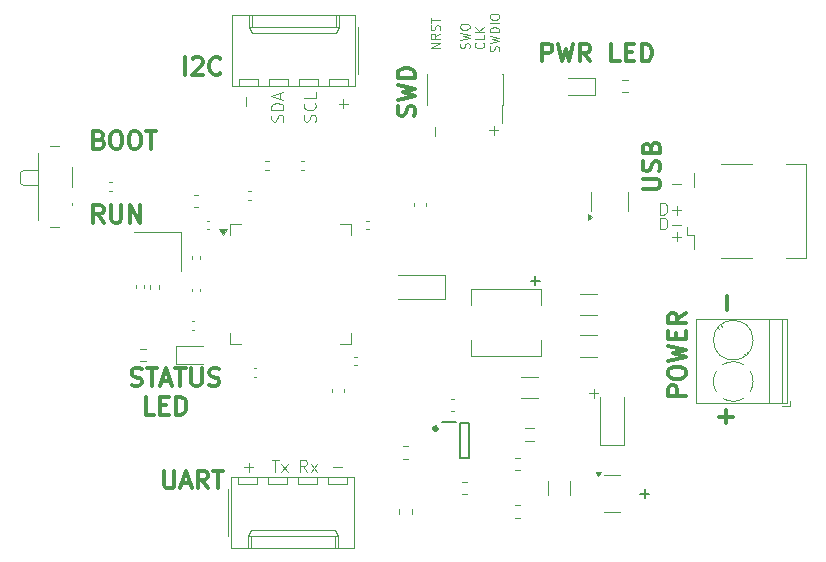
<source format=gbr>
%TF.GenerationSoftware,KiCad,Pcbnew,8.0.1*%
%TF.CreationDate,2024-04-03T13:36:13+02:00*%
%TF.ProjectId,stm32f405_v8,73746d33-3266-4343-9035-5f76382e6b69,rev?*%
%TF.SameCoordinates,Original*%
%TF.FileFunction,Legend,Top*%
%TF.FilePolarity,Positive*%
%FSLAX46Y46*%
G04 Gerber Fmt 4.6, Leading zero omitted, Abs format (unit mm)*
G04 Created by KiCad (PCBNEW 8.0.1) date 2024-04-03 13:36:13*
%MOMM*%
%LPD*%
G01*
G04 APERTURE LIST*
%ADD10C,0.101600*%
%ADD11C,0.300000*%
%ADD12C,0.150000*%
%ADD13C,0.120000*%
%ADD14C,0.200000*%
G04 APERTURE END LIST*
D10*
X122554937Y-107491382D02*
X123316842Y-107491382D01*
X122935889Y-107872335D02*
X122935889Y-107110430D01*
D11*
X109650000Y-110500000D02*
G75*
G02*
X109350000Y-110500000I-150000J0D01*
G01*
X109350000Y-110500000D02*
G75*
G02*
X109650000Y-110500000I150000J0D01*
G01*
D12*
X126836779Y-115988866D02*
X127598684Y-115988866D01*
X127217731Y-116369819D02*
X127217731Y-115607914D01*
X117586779Y-97988866D02*
X118348684Y-97988866D01*
X117967731Y-98369819D02*
X117967731Y-97607914D01*
D10*
X112358716Y-78290300D02*
X112396811Y-78183158D01*
X112396811Y-78183158D02*
X112396811Y-78004586D01*
X112396811Y-78004586D02*
X112358716Y-77933158D01*
X112358716Y-77933158D02*
X112320620Y-77897443D01*
X112320620Y-77897443D02*
X112244430Y-77861729D01*
X112244430Y-77861729D02*
X112168239Y-77861729D01*
X112168239Y-77861729D02*
X112092049Y-77897443D01*
X112092049Y-77897443D02*
X112053954Y-77933158D01*
X112053954Y-77933158D02*
X112015858Y-78004586D01*
X112015858Y-78004586D02*
X111977763Y-78147443D01*
X111977763Y-78147443D02*
X111939668Y-78218872D01*
X111939668Y-78218872D02*
X111901573Y-78254586D01*
X111901573Y-78254586D02*
X111825382Y-78290300D01*
X111825382Y-78290300D02*
X111749192Y-78290300D01*
X111749192Y-78290300D02*
X111673001Y-78254586D01*
X111673001Y-78254586D02*
X111634906Y-78218872D01*
X111634906Y-78218872D02*
X111596811Y-78147443D01*
X111596811Y-78147443D02*
X111596811Y-77968872D01*
X111596811Y-77968872D02*
X111634906Y-77861729D01*
X111596811Y-77611729D02*
X112396811Y-77433157D01*
X112396811Y-77433157D02*
X111825382Y-77290300D01*
X111825382Y-77290300D02*
X112396811Y-77147443D01*
X112396811Y-77147443D02*
X111596811Y-76968872D01*
X111596811Y-76540300D02*
X111596811Y-76397443D01*
X111596811Y-76397443D02*
X111634906Y-76326014D01*
X111634906Y-76326014D02*
X111711096Y-76254586D01*
X111711096Y-76254586D02*
X111863477Y-76218871D01*
X111863477Y-76218871D02*
X112130144Y-76218871D01*
X112130144Y-76218871D02*
X112282525Y-76254586D01*
X112282525Y-76254586D02*
X112358716Y-76326014D01*
X112358716Y-76326014D02*
X112396811Y-76397443D01*
X112396811Y-76397443D02*
X112396811Y-76540300D01*
X112396811Y-76540300D02*
X112358716Y-76611729D01*
X112358716Y-76611729D02*
X112282525Y-76683157D01*
X112282525Y-76683157D02*
X112130144Y-76718871D01*
X112130144Y-76718871D02*
X111863477Y-76718871D01*
X111863477Y-76718871D02*
X111711096Y-76683157D01*
X111711096Y-76683157D02*
X111634906Y-76611729D01*
X111634906Y-76611729D02*
X111596811Y-76540300D01*
X113570620Y-77826015D02*
X113608716Y-77861729D01*
X113608716Y-77861729D02*
X113646811Y-77968872D01*
X113646811Y-77968872D02*
X113646811Y-78040300D01*
X113646811Y-78040300D02*
X113608716Y-78147443D01*
X113608716Y-78147443D02*
X113532525Y-78218872D01*
X113532525Y-78218872D02*
X113456335Y-78254586D01*
X113456335Y-78254586D02*
X113303954Y-78290300D01*
X113303954Y-78290300D02*
X113189668Y-78290300D01*
X113189668Y-78290300D02*
X113037287Y-78254586D01*
X113037287Y-78254586D02*
X112961096Y-78218872D01*
X112961096Y-78218872D02*
X112884906Y-78147443D01*
X112884906Y-78147443D02*
X112846811Y-78040300D01*
X112846811Y-78040300D02*
X112846811Y-77968872D01*
X112846811Y-77968872D02*
X112884906Y-77861729D01*
X112884906Y-77861729D02*
X112923001Y-77826015D01*
X113646811Y-77147443D02*
X113646811Y-77504586D01*
X113646811Y-77504586D02*
X112846811Y-77504586D01*
X113646811Y-76897443D02*
X112846811Y-76897443D01*
X113646811Y-76468872D02*
X113189668Y-76790300D01*
X112846811Y-76468872D02*
X113303954Y-76897443D01*
X114858716Y-78540300D02*
X114896811Y-78433158D01*
X114896811Y-78433158D02*
X114896811Y-78254586D01*
X114896811Y-78254586D02*
X114858716Y-78183158D01*
X114858716Y-78183158D02*
X114820620Y-78147443D01*
X114820620Y-78147443D02*
X114744430Y-78111729D01*
X114744430Y-78111729D02*
X114668239Y-78111729D01*
X114668239Y-78111729D02*
X114592049Y-78147443D01*
X114592049Y-78147443D02*
X114553954Y-78183158D01*
X114553954Y-78183158D02*
X114515858Y-78254586D01*
X114515858Y-78254586D02*
X114477763Y-78397443D01*
X114477763Y-78397443D02*
X114439668Y-78468872D01*
X114439668Y-78468872D02*
X114401573Y-78504586D01*
X114401573Y-78504586D02*
X114325382Y-78540300D01*
X114325382Y-78540300D02*
X114249192Y-78540300D01*
X114249192Y-78540300D02*
X114173001Y-78504586D01*
X114173001Y-78504586D02*
X114134906Y-78468872D01*
X114134906Y-78468872D02*
X114096811Y-78397443D01*
X114096811Y-78397443D02*
X114096811Y-78218872D01*
X114096811Y-78218872D02*
X114134906Y-78111729D01*
X114096811Y-77861729D02*
X114896811Y-77683157D01*
X114896811Y-77683157D02*
X114325382Y-77540300D01*
X114325382Y-77540300D02*
X114896811Y-77397443D01*
X114896811Y-77397443D02*
X114096811Y-77218872D01*
X114896811Y-76933157D02*
X114096811Y-76933157D01*
X114096811Y-76933157D02*
X114096811Y-76754586D01*
X114096811Y-76754586D02*
X114134906Y-76647443D01*
X114134906Y-76647443D02*
X114211096Y-76576014D01*
X114211096Y-76576014D02*
X114287287Y-76540300D01*
X114287287Y-76540300D02*
X114439668Y-76504586D01*
X114439668Y-76504586D02*
X114553954Y-76504586D01*
X114553954Y-76504586D02*
X114706335Y-76540300D01*
X114706335Y-76540300D02*
X114782525Y-76576014D01*
X114782525Y-76576014D02*
X114858716Y-76647443D01*
X114858716Y-76647443D02*
X114896811Y-76754586D01*
X114896811Y-76754586D02*
X114896811Y-76933157D01*
X114896811Y-76183157D02*
X114096811Y-76183157D01*
X114096811Y-75683157D02*
X114096811Y-75540300D01*
X114096811Y-75540300D02*
X114134906Y-75468871D01*
X114134906Y-75468871D02*
X114211096Y-75397443D01*
X114211096Y-75397443D02*
X114363477Y-75361728D01*
X114363477Y-75361728D02*
X114630144Y-75361728D01*
X114630144Y-75361728D02*
X114782525Y-75397443D01*
X114782525Y-75397443D02*
X114858716Y-75468871D01*
X114858716Y-75468871D02*
X114896811Y-75540300D01*
X114896811Y-75540300D02*
X114896811Y-75683157D01*
X114896811Y-75683157D02*
X114858716Y-75754586D01*
X114858716Y-75754586D02*
X114782525Y-75826014D01*
X114782525Y-75826014D02*
X114630144Y-75861728D01*
X114630144Y-75861728D02*
X114363477Y-75861728D01*
X114363477Y-75861728D02*
X114211096Y-75826014D01*
X114211096Y-75826014D02*
X114134906Y-75754586D01*
X114134906Y-75754586D02*
X114096811Y-75683157D01*
X114054937Y-85241382D02*
X114816842Y-85241382D01*
X114435889Y-85622335D02*
X114435889Y-84860430D01*
X109896811Y-78254586D02*
X109096811Y-78254586D01*
X109096811Y-78254586D02*
X109896811Y-77826015D01*
X109896811Y-77826015D02*
X109096811Y-77826015D01*
X109896811Y-77040301D02*
X109515858Y-77290301D01*
X109896811Y-77468872D02*
X109096811Y-77468872D01*
X109096811Y-77468872D02*
X109096811Y-77183158D01*
X109096811Y-77183158D02*
X109134906Y-77111729D01*
X109134906Y-77111729D02*
X109173001Y-77076015D01*
X109173001Y-77076015D02*
X109249192Y-77040301D01*
X109249192Y-77040301D02*
X109363477Y-77040301D01*
X109363477Y-77040301D02*
X109439668Y-77076015D01*
X109439668Y-77076015D02*
X109477763Y-77111729D01*
X109477763Y-77111729D02*
X109515858Y-77183158D01*
X109515858Y-77183158D02*
X109515858Y-77468872D01*
X109858716Y-76754586D02*
X109896811Y-76647444D01*
X109896811Y-76647444D02*
X109896811Y-76468872D01*
X109896811Y-76468872D02*
X109858716Y-76397444D01*
X109858716Y-76397444D02*
X109820620Y-76361729D01*
X109820620Y-76361729D02*
X109744430Y-76326015D01*
X109744430Y-76326015D02*
X109668239Y-76326015D01*
X109668239Y-76326015D02*
X109592049Y-76361729D01*
X109592049Y-76361729D02*
X109553954Y-76397444D01*
X109553954Y-76397444D02*
X109515858Y-76468872D01*
X109515858Y-76468872D02*
X109477763Y-76611729D01*
X109477763Y-76611729D02*
X109439668Y-76683158D01*
X109439668Y-76683158D02*
X109401573Y-76718872D01*
X109401573Y-76718872D02*
X109325382Y-76754586D01*
X109325382Y-76754586D02*
X109249192Y-76754586D01*
X109249192Y-76754586D02*
X109173001Y-76718872D01*
X109173001Y-76718872D02*
X109134906Y-76683158D01*
X109134906Y-76683158D02*
X109096811Y-76611729D01*
X109096811Y-76611729D02*
X109096811Y-76433158D01*
X109096811Y-76433158D02*
X109134906Y-76326015D01*
X109096811Y-76111729D02*
X109096811Y-75683158D01*
X109896811Y-75897443D02*
X109096811Y-75897443D01*
X109491382Y-85695062D02*
X109491382Y-84933158D01*
X99324716Y-84492681D02*
X99372335Y-84349824D01*
X99372335Y-84349824D02*
X99372335Y-84111729D01*
X99372335Y-84111729D02*
X99324716Y-84016491D01*
X99324716Y-84016491D02*
X99277096Y-83968872D01*
X99277096Y-83968872D02*
X99181858Y-83921253D01*
X99181858Y-83921253D02*
X99086620Y-83921253D01*
X99086620Y-83921253D02*
X98991382Y-83968872D01*
X98991382Y-83968872D02*
X98943763Y-84016491D01*
X98943763Y-84016491D02*
X98896144Y-84111729D01*
X98896144Y-84111729D02*
X98848525Y-84302205D01*
X98848525Y-84302205D02*
X98800906Y-84397443D01*
X98800906Y-84397443D02*
X98753287Y-84445062D01*
X98753287Y-84445062D02*
X98658049Y-84492681D01*
X98658049Y-84492681D02*
X98562811Y-84492681D01*
X98562811Y-84492681D02*
X98467573Y-84445062D01*
X98467573Y-84445062D02*
X98419954Y-84397443D01*
X98419954Y-84397443D02*
X98372335Y-84302205D01*
X98372335Y-84302205D02*
X98372335Y-84064110D01*
X98372335Y-84064110D02*
X98419954Y-83921253D01*
X99277096Y-82921253D02*
X99324716Y-82968872D01*
X99324716Y-82968872D02*
X99372335Y-83111729D01*
X99372335Y-83111729D02*
X99372335Y-83206967D01*
X99372335Y-83206967D02*
X99324716Y-83349824D01*
X99324716Y-83349824D02*
X99229477Y-83445062D01*
X99229477Y-83445062D02*
X99134239Y-83492681D01*
X99134239Y-83492681D02*
X98943763Y-83540300D01*
X98943763Y-83540300D02*
X98800906Y-83540300D01*
X98800906Y-83540300D02*
X98610430Y-83492681D01*
X98610430Y-83492681D02*
X98515192Y-83445062D01*
X98515192Y-83445062D02*
X98419954Y-83349824D01*
X98419954Y-83349824D02*
X98372335Y-83206967D01*
X98372335Y-83206967D02*
X98372335Y-83111729D01*
X98372335Y-83111729D02*
X98419954Y-82968872D01*
X98419954Y-82968872D02*
X98467573Y-82921253D01*
X99372335Y-82016491D02*
X99372335Y-82492681D01*
X99372335Y-82492681D02*
X98372335Y-82492681D01*
X96574716Y-84492681D02*
X96622335Y-84349824D01*
X96622335Y-84349824D02*
X96622335Y-84111729D01*
X96622335Y-84111729D02*
X96574716Y-84016491D01*
X96574716Y-84016491D02*
X96527096Y-83968872D01*
X96527096Y-83968872D02*
X96431858Y-83921253D01*
X96431858Y-83921253D02*
X96336620Y-83921253D01*
X96336620Y-83921253D02*
X96241382Y-83968872D01*
X96241382Y-83968872D02*
X96193763Y-84016491D01*
X96193763Y-84016491D02*
X96146144Y-84111729D01*
X96146144Y-84111729D02*
X96098525Y-84302205D01*
X96098525Y-84302205D02*
X96050906Y-84397443D01*
X96050906Y-84397443D02*
X96003287Y-84445062D01*
X96003287Y-84445062D02*
X95908049Y-84492681D01*
X95908049Y-84492681D02*
X95812811Y-84492681D01*
X95812811Y-84492681D02*
X95717573Y-84445062D01*
X95717573Y-84445062D02*
X95669954Y-84397443D01*
X95669954Y-84397443D02*
X95622335Y-84302205D01*
X95622335Y-84302205D02*
X95622335Y-84064110D01*
X95622335Y-84064110D02*
X95669954Y-83921253D01*
X96622335Y-83492681D02*
X95622335Y-83492681D01*
X95622335Y-83492681D02*
X95622335Y-83254586D01*
X95622335Y-83254586D02*
X95669954Y-83111729D01*
X95669954Y-83111729D02*
X95765192Y-83016491D01*
X95765192Y-83016491D02*
X95860430Y-82968872D01*
X95860430Y-82968872D02*
X96050906Y-82921253D01*
X96050906Y-82921253D02*
X96193763Y-82921253D01*
X96193763Y-82921253D02*
X96384239Y-82968872D01*
X96384239Y-82968872D02*
X96479477Y-83016491D01*
X96479477Y-83016491D02*
X96574716Y-83111729D01*
X96574716Y-83111729D02*
X96622335Y-83254586D01*
X96622335Y-83254586D02*
X96622335Y-83492681D01*
X96336620Y-82540300D02*
X96336620Y-82064110D01*
X96622335Y-82635538D02*
X95622335Y-82302205D01*
X95622335Y-82302205D02*
X96622335Y-81968872D01*
X93491382Y-83195062D02*
X93491382Y-82433158D01*
X101304937Y-82991382D02*
X102066842Y-82991382D01*
X101685889Y-83372335D02*
X101685889Y-82610430D01*
X128554937Y-93622335D02*
X128554937Y-92622335D01*
X128554937Y-92622335D02*
X128793032Y-92622335D01*
X128793032Y-92622335D02*
X128935889Y-92669954D01*
X128935889Y-92669954D02*
X129031127Y-92765192D01*
X129031127Y-92765192D02*
X129078746Y-92860430D01*
X129078746Y-92860430D02*
X129126365Y-93050906D01*
X129126365Y-93050906D02*
X129126365Y-93193763D01*
X129126365Y-93193763D02*
X129078746Y-93384239D01*
X129078746Y-93384239D02*
X129031127Y-93479477D01*
X129031127Y-93479477D02*
X128935889Y-93574716D01*
X128935889Y-93574716D02*
X128793032Y-93622335D01*
X128793032Y-93622335D02*
X128554937Y-93622335D01*
X129554937Y-93241382D02*
X130316842Y-93241382D01*
X128554937Y-92372335D02*
X128554937Y-91372335D01*
X128554937Y-91372335D02*
X128793032Y-91372335D01*
X128793032Y-91372335D02*
X128935889Y-91419954D01*
X128935889Y-91419954D02*
X129031127Y-91515192D01*
X129031127Y-91515192D02*
X129078746Y-91610430D01*
X129078746Y-91610430D02*
X129126365Y-91800906D01*
X129126365Y-91800906D02*
X129126365Y-91943763D01*
X129126365Y-91943763D02*
X129078746Y-92134239D01*
X129078746Y-92134239D02*
X129031127Y-92229477D01*
X129031127Y-92229477D02*
X128935889Y-92324716D01*
X128935889Y-92324716D02*
X128793032Y-92372335D01*
X128793032Y-92372335D02*
X128554937Y-92372335D01*
X129554937Y-91991382D02*
X130316842Y-91991382D01*
X129935889Y-92372335D02*
X129935889Y-91610430D01*
X129554937Y-89741382D02*
X130316842Y-89741382D01*
X129554937Y-94241382D02*
X130316842Y-94241382D01*
X129935889Y-94622335D02*
X129935889Y-93860430D01*
X98626365Y-114122335D02*
X98293032Y-113646144D01*
X98054937Y-114122335D02*
X98054937Y-113122335D01*
X98054937Y-113122335D02*
X98435889Y-113122335D01*
X98435889Y-113122335D02*
X98531127Y-113169954D01*
X98531127Y-113169954D02*
X98578746Y-113217573D01*
X98578746Y-113217573D02*
X98626365Y-113312811D01*
X98626365Y-113312811D02*
X98626365Y-113455668D01*
X98626365Y-113455668D02*
X98578746Y-113550906D01*
X98578746Y-113550906D02*
X98531127Y-113598525D01*
X98531127Y-113598525D02*
X98435889Y-113646144D01*
X98435889Y-113646144D02*
X98054937Y-113646144D01*
X98959699Y-114122335D02*
X99483508Y-113455668D01*
X98959699Y-113455668D02*
X99483508Y-114122335D01*
X95662080Y-113122335D02*
X96233508Y-113122335D01*
X95947794Y-114122335D02*
X95947794Y-113122335D01*
X96471604Y-114122335D02*
X96995413Y-113455668D01*
X96471604Y-113455668D02*
X96995413Y-114122335D01*
X100804937Y-113741382D02*
X101566842Y-113741382D01*
X93304937Y-113741382D02*
X94066842Y-113741382D01*
X93685889Y-114122335D02*
X93685889Y-113360430D01*
D11*
X83783082Y-106814484D02*
X83997368Y-106885912D01*
X83997368Y-106885912D02*
X84354510Y-106885912D01*
X84354510Y-106885912D02*
X84497368Y-106814484D01*
X84497368Y-106814484D02*
X84568796Y-106743055D01*
X84568796Y-106743055D02*
X84640225Y-106600198D01*
X84640225Y-106600198D02*
X84640225Y-106457341D01*
X84640225Y-106457341D02*
X84568796Y-106314484D01*
X84568796Y-106314484D02*
X84497368Y-106243055D01*
X84497368Y-106243055D02*
X84354510Y-106171626D01*
X84354510Y-106171626D02*
X84068796Y-106100198D01*
X84068796Y-106100198D02*
X83925939Y-106028769D01*
X83925939Y-106028769D02*
X83854510Y-105957341D01*
X83854510Y-105957341D02*
X83783082Y-105814484D01*
X83783082Y-105814484D02*
X83783082Y-105671626D01*
X83783082Y-105671626D02*
X83854510Y-105528769D01*
X83854510Y-105528769D02*
X83925939Y-105457341D01*
X83925939Y-105457341D02*
X84068796Y-105385912D01*
X84068796Y-105385912D02*
X84425939Y-105385912D01*
X84425939Y-105385912D02*
X84640225Y-105457341D01*
X85068796Y-105385912D02*
X85925939Y-105385912D01*
X85497367Y-106885912D02*
X85497367Y-105385912D01*
X86354510Y-106457341D02*
X87068796Y-106457341D01*
X86211653Y-106885912D02*
X86711653Y-105385912D01*
X86711653Y-105385912D02*
X87211653Y-106885912D01*
X87497367Y-105385912D02*
X88354510Y-105385912D01*
X87925938Y-106885912D02*
X87925938Y-105385912D01*
X88854509Y-105385912D02*
X88854509Y-106600198D01*
X88854509Y-106600198D02*
X88925938Y-106743055D01*
X88925938Y-106743055D02*
X88997367Y-106814484D01*
X88997367Y-106814484D02*
X89140224Y-106885912D01*
X89140224Y-106885912D02*
X89425938Y-106885912D01*
X89425938Y-106885912D02*
X89568795Y-106814484D01*
X89568795Y-106814484D02*
X89640224Y-106743055D01*
X89640224Y-106743055D02*
X89711652Y-106600198D01*
X89711652Y-106600198D02*
X89711652Y-105385912D01*
X90354510Y-106814484D02*
X90568796Y-106885912D01*
X90568796Y-106885912D02*
X90925938Y-106885912D01*
X90925938Y-106885912D02*
X91068796Y-106814484D01*
X91068796Y-106814484D02*
X91140224Y-106743055D01*
X91140224Y-106743055D02*
X91211653Y-106600198D01*
X91211653Y-106600198D02*
X91211653Y-106457341D01*
X91211653Y-106457341D02*
X91140224Y-106314484D01*
X91140224Y-106314484D02*
X91068796Y-106243055D01*
X91068796Y-106243055D02*
X90925938Y-106171626D01*
X90925938Y-106171626D02*
X90640224Y-106100198D01*
X90640224Y-106100198D02*
X90497367Y-106028769D01*
X90497367Y-106028769D02*
X90425938Y-105957341D01*
X90425938Y-105957341D02*
X90354510Y-105814484D01*
X90354510Y-105814484D02*
X90354510Y-105671626D01*
X90354510Y-105671626D02*
X90425938Y-105528769D01*
X90425938Y-105528769D02*
X90497367Y-105457341D01*
X90497367Y-105457341D02*
X90640224Y-105385912D01*
X90640224Y-105385912D02*
X90997367Y-105385912D01*
X90997367Y-105385912D02*
X91211653Y-105457341D01*
X85711653Y-109300828D02*
X84997367Y-109300828D01*
X84997367Y-109300828D02*
X84997367Y-107800828D01*
X86211653Y-108515114D02*
X86711653Y-108515114D01*
X86925939Y-109300828D02*
X86211653Y-109300828D01*
X86211653Y-109300828D02*
X86211653Y-107800828D01*
X86211653Y-107800828D02*
X86925939Y-107800828D01*
X87568796Y-109300828D02*
X87568796Y-107800828D01*
X87568796Y-107800828D02*
X87925939Y-107800828D01*
X87925939Y-107800828D02*
X88140225Y-107872257D01*
X88140225Y-107872257D02*
X88283082Y-108015114D01*
X88283082Y-108015114D02*
X88354511Y-108157971D01*
X88354511Y-108157971D02*
X88425939Y-108443685D01*
X88425939Y-108443685D02*
X88425939Y-108657971D01*
X88425939Y-108657971D02*
X88354511Y-108943685D01*
X88354511Y-108943685D02*
X88283082Y-109086542D01*
X88283082Y-109086542D02*
X88140225Y-109229400D01*
X88140225Y-109229400D02*
X87925939Y-109300828D01*
X87925939Y-109300828D02*
X87568796Y-109300828D01*
X130700828Y-107695489D02*
X129200828Y-107695489D01*
X129200828Y-107695489D02*
X129200828Y-107124060D01*
X129200828Y-107124060D02*
X129272257Y-106981203D01*
X129272257Y-106981203D02*
X129343685Y-106909774D01*
X129343685Y-106909774D02*
X129486542Y-106838346D01*
X129486542Y-106838346D02*
X129700828Y-106838346D01*
X129700828Y-106838346D02*
X129843685Y-106909774D01*
X129843685Y-106909774D02*
X129915114Y-106981203D01*
X129915114Y-106981203D02*
X129986542Y-107124060D01*
X129986542Y-107124060D02*
X129986542Y-107695489D01*
X129200828Y-105909774D02*
X129200828Y-105624060D01*
X129200828Y-105624060D02*
X129272257Y-105481203D01*
X129272257Y-105481203D02*
X129415114Y-105338346D01*
X129415114Y-105338346D02*
X129700828Y-105266917D01*
X129700828Y-105266917D02*
X130200828Y-105266917D01*
X130200828Y-105266917D02*
X130486542Y-105338346D01*
X130486542Y-105338346D02*
X130629400Y-105481203D01*
X130629400Y-105481203D02*
X130700828Y-105624060D01*
X130700828Y-105624060D02*
X130700828Y-105909774D01*
X130700828Y-105909774D02*
X130629400Y-106052632D01*
X130629400Y-106052632D02*
X130486542Y-106195489D01*
X130486542Y-106195489D02*
X130200828Y-106266917D01*
X130200828Y-106266917D02*
X129700828Y-106266917D01*
X129700828Y-106266917D02*
X129415114Y-106195489D01*
X129415114Y-106195489D02*
X129272257Y-106052632D01*
X129272257Y-106052632D02*
X129200828Y-105909774D01*
X129200828Y-104766917D02*
X130700828Y-104409774D01*
X130700828Y-104409774D02*
X129629400Y-104124060D01*
X129629400Y-104124060D02*
X130700828Y-103838345D01*
X130700828Y-103838345D02*
X129200828Y-103481203D01*
X129915114Y-102909774D02*
X129915114Y-102409774D01*
X130700828Y-102195488D02*
X130700828Y-102909774D01*
X130700828Y-102909774D02*
X129200828Y-102909774D01*
X129200828Y-102909774D02*
X129200828Y-102195488D01*
X130700828Y-100695488D02*
X129986542Y-101195488D01*
X130700828Y-101552631D02*
X129200828Y-101552631D01*
X129200828Y-101552631D02*
X129200828Y-100981202D01*
X129200828Y-100981202D02*
X129272257Y-100838345D01*
X129272257Y-100838345D02*
X129343685Y-100766916D01*
X129343685Y-100766916D02*
X129486542Y-100695488D01*
X129486542Y-100695488D02*
X129700828Y-100695488D01*
X129700828Y-100695488D02*
X129843685Y-100766916D01*
X129843685Y-100766916D02*
X129915114Y-100838345D01*
X129915114Y-100838345D02*
X129986542Y-100981202D01*
X129986542Y-100981202D02*
X129986542Y-101552631D01*
X81411653Y-93050828D02*
X80911653Y-92336542D01*
X80554510Y-93050828D02*
X80554510Y-91550828D01*
X80554510Y-91550828D02*
X81125939Y-91550828D01*
X81125939Y-91550828D02*
X81268796Y-91622257D01*
X81268796Y-91622257D02*
X81340225Y-91693685D01*
X81340225Y-91693685D02*
X81411653Y-91836542D01*
X81411653Y-91836542D02*
X81411653Y-92050828D01*
X81411653Y-92050828D02*
X81340225Y-92193685D01*
X81340225Y-92193685D02*
X81268796Y-92265114D01*
X81268796Y-92265114D02*
X81125939Y-92336542D01*
X81125939Y-92336542D02*
X80554510Y-92336542D01*
X82054510Y-91550828D02*
X82054510Y-92765114D01*
X82054510Y-92765114D02*
X82125939Y-92907971D01*
X82125939Y-92907971D02*
X82197368Y-92979400D01*
X82197368Y-92979400D02*
X82340225Y-93050828D01*
X82340225Y-93050828D02*
X82625939Y-93050828D01*
X82625939Y-93050828D02*
X82768796Y-92979400D01*
X82768796Y-92979400D02*
X82840225Y-92907971D01*
X82840225Y-92907971D02*
X82911653Y-92765114D01*
X82911653Y-92765114D02*
X82911653Y-91550828D01*
X83625939Y-93050828D02*
X83625939Y-91550828D01*
X83625939Y-91550828D02*
X84483082Y-93050828D01*
X84483082Y-93050828D02*
X84483082Y-91550828D01*
X134229400Y-100445489D02*
X134229400Y-99302632D01*
X88304510Y-80550828D02*
X88304510Y-79050828D01*
X88947368Y-79193685D02*
X89018796Y-79122257D01*
X89018796Y-79122257D02*
X89161654Y-79050828D01*
X89161654Y-79050828D02*
X89518796Y-79050828D01*
X89518796Y-79050828D02*
X89661654Y-79122257D01*
X89661654Y-79122257D02*
X89733082Y-79193685D01*
X89733082Y-79193685D02*
X89804511Y-79336542D01*
X89804511Y-79336542D02*
X89804511Y-79479400D01*
X89804511Y-79479400D02*
X89733082Y-79693685D01*
X89733082Y-79693685D02*
X88875939Y-80550828D01*
X88875939Y-80550828D02*
X89804511Y-80550828D01*
X91304510Y-80407971D02*
X91233082Y-80479400D01*
X91233082Y-80479400D02*
X91018796Y-80550828D01*
X91018796Y-80550828D02*
X90875939Y-80550828D01*
X90875939Y-80550828D02*
X90661653Y-80479400D01*
X90661653Y-80479400D02*
X90518796Y-80336542D01*
X90518796Y-80336542D02*
X90447367Y-80193685D01*
X90447367Y-80193685D02*
X90375939Y-79907971D01*
X90375939Y-79907971D02*
X90375939Y-79693685D01*
X90375939Y-79693685D02*
X90447367Y-79407971D01*
X90447367Y-79407971D02*
X90518796Y-79265114D01*
X90518796Y-79265114D02*
X90661653Y-79122257D01*
X90661653Y-79122257D02*
X90875939Y-79050828D01*
X90875939Y-79050828D02*
X91018796Y-79050828D01*
X91018796Y-79050828D02*
X91233082Y-79122257D01*
X91233082Y-79122257D02*
X91304510Y-79193685D01*
X127050828Y-90195489D02*
X128265114Y-90195489D01*
X128265114Y-90195489D02*
X128407971Y-90124060D01*
X128407971Y-90124060D02*
X128479400Y-90052632D01*
X128479400Y-90052632D02*
X128550828Y-89909774D01*
X128550828Y-89909774D02*
X128550828Y-89624060D01*
X128550828Y-89624060D02*
X128479400Y-89481203D01*
X128479400Y-89481203D02*
X128407971Y-89409774D01*
X128407971Y-89409774D02*
X128265114Y-89338346D01*
X128265114Y-89338346D02*
X127050828Y-89338346D01*
X128479400Y-88695488D02*
X128550828Y-88481203D01*
X128550828Y-88481203D02*
X128550828Y-88124060D01*
X128550828Y-88124060D02*
X128479400Y-87981203D01*
X128479400Y-87981203D02*
X128407971Y-87909774D01*
X128407971Y-87909774D02*
X128265114Y-87838345D01*
X128265114Y-87838345D02*
X128122257Y-87838345D01*
X128122257Y-87838345D02*
X127979400Y-87909774D01*
X127979400Y-87909774D02*
X127907971Y-87981203D01*
X127907971Y-87981203D02*
X127836542Y-88124060D01*
X127836542Y-88124060D02*
X127765114Y-88409774D01*
X127765114Y-88409774D02*
X127693685Y-88552631D01*
X127693685Y-88552631D02*
X127622257Y-88624060D01*
X127622257Y-88624060D02*
X127479400Y-88695488D01*
X127479400Y-88695488D02*
X127336542Y-88695488D01*
X127336542Y-88695488D02*
X127193685Y-88624060D01*
X127193685Y-88624060D02*
X127122257Y-88552631D01*
X127122257Y-88552631D02*
X127050828Y-88409774D01*
X127050828Y-88409774D02*
X127050828Y-88052631D01*
X127050828Y-88052631D02*
X127122257Y-87838345D01*
X127765114Y-86695489D02*
X127836542Y-86481203D01*
X127836542Y-86481203D02*
X127907971Y-86409774D01*
X127907971Y-86409774D02*
X128050828Y-86338346D01*
X128050828Y-86338346D02*
X128265114Y-86338346D01*
X128265114Y-86338346D02*
X128407971Y-86409774D01*
X128407971Y-86409774D02*
X128479400Y-86481203D01*
X128479400Y-86481203D02*
X128550828Y-86624060D01*
X128550828Y-86624060D02*
X128550828Y-87195489D01*
X128550828Y-87195489D02*
X127050828Y-87195489D01*
X127050828Y-87195489D02*
X127050828Y-86695489D01*
X127050828Y-86695489D02*
X127122257Y-86552632D01*
X127122257Y-86552632D02*
X127193685Y-86481203D01*
X127193685Y-86481203D02*
X127336542Y-86409774D01*
X127336542Y-86409774D02*
X127479400Y-86409774D01*
X127479400Y-86409774D02*
X127622257Y-86481203D01*
X127622257Y-86481203D02*
X127693685Y-86552632D01*
X127693685Y-86552632D02*
X127765114Y-86695489D01*
X127765114Y-86695489D02*
X127765114Y-87195489D01*
X107729400Y-84016917D02*
X107800828Y-83802632D01*
X107800828Y-83802632D02*
X107800828Y-83445489D01*
X107800828Y-83445489D02*
X107729400Y-83302632D01*
X107729400Y-83302632D02*
X107657971Y-83231203D01*
X107657971Y-83231203D02*
X107515114Y-83159774D01*
X107515114Y-83159774D02*
X107372257Y-83159774D01*
X107372257Y-83159774D02*
X107229400Y-83231203D01*
X107229400Y-83231203D02*
X107157971Y-83302632D01*
X107157971Y-83302632D02*
X107086542Y-83445489D01*
X107086542Y-83445489D02*
X107015114Y-83731203D01*
X107015114Y-83731203D02*
X106943685Y-83874060D01*
X106943685Y-83874060D02*
X106872257Y-83945489D01*
X106872257Y-83945489D02*
X106729400Y-84016917D01*
X106729400Y-84016917D02*
X106586542Y-84016917D01*
X106586542Y-84016917D02*
X106443685Y-83945489D01*
X106443685Y-83945489D02*
X106372257Y-83874060D01*
X106372257Y-83874060D02*
X106300828Y-83731203D01*
X106300828Y-83731203D02*
X106300828Y-83374060D01*
X106300828Y-83374060D02*
X106372257Y-83159774D01*
X106300828Y-82659775D02*
X107800828Y-82302632D01*
X107800828Y-82302632D02*
X106729400Y-82016918D01*
X106729400Y-82016918D02*
X107800828Y-81731203D01*
X107800828Y-81731203D02*
X106300828Y-81374061D01*
X107800828Y-80802632D02*
X106300828Y-80802632D01*
X106300828Y-80802632D02*
X106300828Y-80445489D01*
X106300828Y-80445489D02*
X106372257Y-80231203D01*
X106372257Y-80231203D02*
X106515114Y-80088346D01*
X106515114Y-80088346D02*
X106657971Y-80016917D01*
X106657971Y-80016917D02*
X106943685Y-79945489D01*
X106943685Y-79945489D02*
X107157971Y-79945489D01*
X107157971Y-79945489D02*
X107443685Y-80016917D01*
X107443685Y-80016917D02*
X107586542Y-80088346D01*
X107586542Y-80088346D02*
X107729400Y-80231203D01*
X107729400Y-80231203D02*
X107800828Y-80445489D01*
X107800828Y-80445489D02*
X107800828Y-80802632D01*
X86554510Y-114050828D02*
X86554510Y-115265114D01*
X86554510Y-115265114D02*
X86625939Y-115407971D01*
X86625939Y-115407971D02*
X86697368Y-115479400D01*
X86697368Y-115479400D02*
X86840225Y-115550828D01*
X86840225Y-115550828D02*
X87125939Y-115550828D01*
X87125939Y-115550828D02*
X87268796Y-115479400D01*
X87268796Y-115479400D02*
X87340225Y-115407971D01*
X87340225Y-115407971D02*
X87411653Y-115265114D01*
X87411653Y-115265114D02*
X87411653Y-114050828D01*
X88054511Y-115122257D02*
X88768797Y-115122257D01*
X87911654Y-115550828D02*
X88411654Y-114050828D01*
X88411654Y-114050828D02*
X88911654Y-115550828D01*
X90268796Y-115550828D02*
X89768796Y-114836542D01*
X89411653Y-115550828D02*
X89411653Y-114050828D01*
X89411653Y-114050828D02*
X89983082Y-114050828D01*
X89983082Y-114050828D02*
X90125939Y-114122257D01*
X90125939Y-114122257D02*
X90197368Y-114193685D01*
X90197368Y-114193685D02*
X90268796Y-114336542D01*
X90268796Y-114336542D02*
X90268796Y-114550828D01*
X90268796Y-114550828D02*
X90197368Y-114693685D01*
X90197368Y-114693685D02*
X90125939Y-114765114D01*
X90125939Y-114765114D02*
X89983082Y-114836542D01*
X89983082Y-114836542D02*
X89411653Y-114836542D01*
X90697368Y-114050828D02*
X91554511Y-114050828D01*
X91125939Y-115550828D02*
X91125939Y-114050828D01*
X118554510Y-79400828D02*
X118554510Y-77900828D01*
X118554510Y-77900828D02*
X119125939Y-77900828D01*
X119125939Y-77900828D02*
X119268796Y-77972257D01*
X119268796Y-77972257D02*
X119340225Y-78043685D01*
X119340225Y-78043685D02*
X119411653Y-78186542D01*
X119411653Y-78186542D02*
X119411653Y-78400828D01*
X119411653Y-78400828D02*
X119340225Y-78543685D01*
X119340225Y-78543685D02*
X119268796Y-78615114D01*
X119268796Y-78615114D02*
X119125939Y-78686542D01*
X119125939Y-78686542D02*
X118554510Y-78686542D01*
X119911653Y-77900828D02*
X120268796Y-79400828D01*
X120268796Y-79400828D02*
X120554510Y-78329400D01*
X120554510Y-78329400D02*
X120840225Y-79400828D01*
X120840225Y-79400828D02*
X121197368Y-77900828D01*
X122625939Y-79400828D02*
X122125939Y-78686542D01*
X121768796Y-79400828D02*
X121768796Y-77900828D01*
X121768796Y-77900828D02*
X122340225Y-77900828D01*
X122340225Y-77900828D02*
X122483082Y-77972257D01*
X122483082Y-77972257D02*
X122554511Y-78043685D01*
X122554511Y-78043685D02*
X122625939Y-78186542D01*
X122625939Y-78186542D02*
X122625939Y-78400828D01*
X122625939Y-78400828D02*
X122554511Y-78543685D01*
X122554511Y-78543685D02*
X122483082Y-78615114D01*
X122483082Y-78615114D02*
X122340225Y-78686542D01*
X122340225Y-78686542D02*
X121768796Y-78686542D01*
X125125939Y-79400828D02*
X124411653Y-79400828D01*
X124411653Y-79400828D02*
X124411653Y-77900828D01*
X125625939Y-78615114D02*
X126125939Y-78615114D01*
X126340225Y-79400828D02*
X125625939Y-79400828D01*
X125625939Y-79400828D02*
X125625939Y-77900828D01*
X125625939Y-77900828D02*
X126340225Y-77900828D01*
X126983082Y-79400828D02*
X126983082Y-77900828D01*
X126983082Y-77900828D02*
X127340225Y-77900828D01*
X127340225Y-77900828D02*
X127554511Y-77972257D01*
X127554511Y-77972257D02*
X127697368Y-78115114D01*
X127697368Y-78115114D02*
X127768797Y-78257971D01*
X127768797Y-78257971D02*
X127840225Y-78543685D01*
X127840225Y-78543685D02*
X127840225Y-78757971D01*
X127840225Y-78757971D02*
X127768797Y-79043685D01*
X127768797Y-79043685D02*
X127697368Y-79186542D01*
X127697368Y-79186542D02*
X127554511Y-79329400D01*
X127554511Y-79329400D02*
X127340225Y-79400828D01*
X127340225Y-79400828D02*
X126983082Y-79400828D01*
X81054510Y-86015114D02*
X81268796Y-86086542D01*
X81268796Y-86086542D02*
X81340225Y-86157971D01*
X81340225Y-86157971D02*
X81411653Y-86300828D01*
X81411653Y-86300828D02*
X81411653Y-86515114D01*
X81411653Y-86515114D02*
X81340225Y-86657971D01*
X81340225Y-86657971D02*
X81268796Y-86729400D01*
X81268796Y-86729400D02*
X81125939Y-86800828D01*
X81125939Y-86800828D02*
X80554510Y-86800828D01*
X80554510Y-86800828D02*
X80554510Y-85300828D01*
X80554510Y-85300828D02*
X81054510Y-85300828D01*
X81054510Y-85300828D02*
X81197368Y-85372257D01*
X81197368Y-85372257D02*
X81268796Y-85443685D01*
X81268796Y-85443685D02*
X81340225Y-85586542D01*
X81340225Y-85586542D02*
X81340225Y-85729400D01*
X81340225Y-85729400D02*
X81268796Y-85872257D01*
X81268796Y-85872257D02*
X81197368Y-85943685D01*
X81197368Y-85943685D02*
X81054510Y-86015114D01*
X81054510Y-86015114D02*
X80554510Y-86015114D01*
X82340225Y-85300828D02*
X82625939Y-85300828D01*
X82625939Y-85300828D02*
X82768796Y-85372257D01*
X82768796Y-85372257D02*
X82911653Y-85515114D01*
X82911653Y-85515114D02*
X82983082Y-85800828D01*
X82983082Y-85800828D02*
X82983082Y-86300828D01*
X82983082Y-86300828D02*
X82911653Y-86586542D01*
X82911653Y-86586542D02*
X82768796Y-86729400D01*
X82768796Y-86729400D02*
X82625939Y-86800828D01*
X82625939Y-86800828D02*
X82340225Y-86800828D01*
X82340225Y-86800828D02*
X82197368Y-86729400D01*
X82197368Y-86729400D02*
X82054510Y-86586542D01*
X82054510Y-86586542D02*
X81983082Y-86300828D01*
X81983082Y-86300828D02*
X81983082Y-85800828D01*
X81983082Y-85800828D02*
X82054510Y-85515114D01*
X82054510Y-85515114D02*
X82197368Y-85372257D01*
X82197368Y-85372257D02*
X82340225Y-85300828D01*
X83911654Y-85300828D02*
X84197368Y-85300828D01*
X84197368Y-85300828D02*
X84340225Y-85372257D01*
X84340225Y-85372257D02*
X84483082Y-85515114D01*
X84483082Y-85515114D02*
X84554511Y-85800828D01*
X84554511Y-85800828D02*
X84554511Y-86300828D01*
X84554511Y-86300828D02*
X84483082Y-86586542D01*
X84483082Y-86586542D02*
X84340225Y-86729400D01*
X84340225Y-86729400D02*
X84197368Y-86800828D01*
X84197368Y-86800828D02*
X83911654Y-86800828D01*
X83911654Y-86800828D02*
X83768797Y-86729400D01*
X83768797Y-86729400D02*
X83625939Y-86586542D01*
X83625939Y-86586542D02*
X83554511Y-86300828D01*
X83554511Y-86300828D02*
X83554511Y-85800828D01*
X83554511Y-85800828D02*
X83625939Y-85515114D01*
X83625939Y-85515114D02*
X83768797Y-85372257D01*
X83768797Y-85372257D02*
X83911654Y-85300828D01*
X84983083Y-85300828D02*
X85840226Y-85300828D01*
X85411654Y-86800828D02*
X85411654Y-85300828D01*
X133554510Y-109479400D02*
X134697368Y-109479400D01*
X134125939Y-110050828D02*
X134125939Y-108907971D01*
D13*
%TO.C,J4*%
X91950000Y-115600000D02*
X91950000Y-119600000D01*
X92240000Y-114570000D02*
X92240000Y-120590000D01*
X92240000Y-120590000D02*
X102620000Y-120590000D01*
X92820000Y-114570000D02*
X92820000Y-115170000D01*
X92820000Y-115170000D02*
X94420000Y-115170000D01*
X93620000Y-119590000D02*
X93870000Y-119060000D01*
X93620000Y-119590000D02*
X101240000Y-119590000D01*
X93620000Y-120590000D02*
X93620000Y-119590000D01*
X93870000Y-119060000D02*
X100990000Y-119060000D01*
X93870000Y-120590000D02*
X93870000Y-119590000D01*
X94420000Y-115170000D02*
X94420000Y-114570000D01*
X95360000Y-114570000D02*
X95360000Y-115170000D01*
X95360000Y-115170000D02*
X96960000Y-115170000D01*
X96960000Y-115170000D02*
X96960000Y-114570000D01*
X97900000Y-114570000D02*
X97900000Y-115170000D01*
X97900000Y-115170000D02*
X99500000Y-115170000D01*
X99500000Y-115170000D02*
X99500000Y-114570000D01*
X100440000Y-114570000D02*
X100440000Y-115170000D01*
X100440000Y-115170000D02*
X102040000Y-115170000D01*
X100990000Y-119060000D02*
X101240000Y-119590000D01*
X100990000Y-120590000D02*
X100990000Y-119590000D01*
X101240000Y-119590000D02*
X101240000Y-120590000D01*
X102040000Y-115170000D02*
X102040000Y-114570000D01*
X102620000Y-114570000D02*
X92240000Y-114570000D01*
X102620000Y-120590000D02*
X102620000Y-114570000D01*
%TO.C,J3*%
X102980000Y-80480000D02*
X102980000Y-76480000D01*
X102690000Y-81510000D02*
X102690000Y-75490000D01*
X102690000Y-75490000D02*
X92310000Y-75490000D01*
X102110000Y-81510000D02*
X102110000Y-80910000D01*
X102110000Y-80910000D02*
X100510000Y-80910000D01*
X101310000Y-76490000D02*
X101060000Y-77020000D01*
X101310000Y-76490000D02*
X93690000Y-76490000D01*
X101310000Y-75490000D02*
X101310000Y-76490000D01*
X101060000Y-77020000D02*
X93940000Y-77020000D01*
X101060000Y-75490000D02*
X101060000Y-76490000D01*
X100510000Y-80910000D02*
X100510000Y-81510000D01*
X99570000Y-81510000D02*
X99570000Y-80910000D01*
X99570000Y-80910000D02*
X97970000Y-80910000D01*
X97970000Y-80910000D02*
X97970000Y-81510000D01*
X97030000Y-81510000D02*
X97030000Y-80910000D01*
X97030000Y-80910000D02*
X95430000Y-80910000D01*
X95430000Y-80910000D02*
X95430000Y-81510000D01*
X94490000Y-81510000D02*
X94490000Y-80910000D01*
X94490000Y-80910000D02*
X92890000Y-80910000D01*
X93940000Y-77020000D02*
X93690000Y-76490000D01*
X93940000Y-75490000D02*
X93940000Y-76490000D01*
X93690000Y-76490000D02*
X93690000Y-75490000D01*
X92890000Y-80910000D02*
X92890000Y-81510000D01*
X92310000Y-81510000D02*
X102690000Y-81510000D01*
X92310000Y-75490000D02*
X92310000Y-81510000D01*
%TO.C,D2*%
X110335000Y-97500000D02*
X106325000Y-97500000D01*
X110335000Y-99500000D02*
X106325000Y-99500000D01*
X110335000Y-99500000D02*
X110335000Y-97500000D01*
%TO.C,D3*%
X123475000Y-111860000D02*
X123475000Y-107850000D01*
X123475000Y-111860000D02*
X125475000Y-111860000D01*
X125475000Y-111860000D02*
X125475000Y-107850000D01*
%TO.C,U1*%
X92140000Y-93140000D02*
X92140000Y-94090000D01*
X92140000Y-103360000D02*
X92140000Y-102410000D01*
X93090000Y-93140000D02*
X92140000Y-93140000D01*
X93090000Y-103360000D02*
X92140000Y-103360000D01*
X101410000Y-93140000D02*
X102360000Y-93140000D01*
X101410000Y-103360000D02*
X102360000Y-103360000D01*
X102360000Y-93140000D02*
X102360000Y-94090000D01*
X102360000Y-103360000D02*
X102360000Y-102410000D01*
X91525000Y-94090000D02*
X91185000Y-93620000D01*
X91865000Y-93620000D01*
X91525000Y-94090000D01*
G36*
X91525000Y-94090000D02*
G01*
X91185000Y-93620000D01*
X91865000Y-93620000D01*
X91525000Y-94090000D01*
G37*
%TO.C,Q1*%
X123312500Y-114490000D02*
X123072500Y-114160000D01*
X123552500Y-114160000D01*
X123312500Y-114490000D01*
G36*
X123312500Y-114490000D02*
G01*
X123072500Y-114160000D01*
X123552500Y-114160000D01*
X123312500Y-114490000D01*
G37*
X124475000Y-117560000D02*
X125125000Y-117560000D01*
X124475000Y-117560000D02*
X123825000Y-117560000D01*
X124475000Y-114440000D02*
X125125000Y-114440000D01*
X124475000Y-114440000D02*
X123825000Y-114440000D01*
%TO.C,C1*%
X100740000Y-107109420D02*
X100740000Y-107390580D01*
X101760000Y-107109420D02*
X101760000Y-107390580D01*
%TO.C,R4*%
X98403641Y-87870000D02*
X98096359Y-87870000D01*
X98403641Y-88630000D02*
X98096359Y-88630000D01*
%TO.C,C14*%
X121763748Y-99090000D02*
X123186252Y-99090000D01*
X121763748Y-100910000D02*
X123186252Y-100910000D01*
%TO.C,C12*%
X116763748Y-106090000D02*
X118186252Y-106090000D01*
X116763748Y-107910000D02*
X118186252Y-107910000D01*
%TO.C,C11*%
X84140000Y-98372164D02*
X84140000Y-98587836D01*
X84860000Y-98372164D02*
X84860000Y-98587836D01*
%TO.C,C9*%
X88890000Y-98852836D02*
X88890000Y-98637164D01*
X89610000Y-98852836D02*
X89610000Y-98637164D01*
%TO.C,J1*%
X131565000Y-101190000D02*
X139285000Y-101190000D01*
X131565000Y-108310000D02*
X131565000Y-101190000D01*
X131565000Y-108310000D02*
X139285000Y-108310000D01*
X133450000Y-101930000D02*
X133544000Y-102024000D01*
X133656000Y-101725000D02*
X133784000Y-101854000D01*
X135666000Y-104145000D02*
X135794000Y-104274000D01*
X135906000Y-103975000D02*
X135999000Y-104069000D01*
X137725000Y-108310000D02*
X137725000Y-101190000D01*
X138825000Y-108310000D02*
X138825000Y-101190000D01*
X138885000Y-108550000D02*
X139525000Y-108550000D01*
X139285000Y-108310000D02*
X139285000Y-101190000D01*
X139525000Y-108550000D02*
X139525000Y-108150000D01*
X133299642Y-107389894D02*
G75*
G02*
X133285000Y-105634000I1425356J889894D01*
G01*
X133834808Y-105074497D02*
G75*
G02*
X135615999Y-105075001I890192J-1425506D01*
G01*
X135614894Y-107925358D02*
G75*
G02*
X133859000Y-107940000I-889894J1425356D01*
G01*
X136149720Y-105609736D02*
G75*
G02*
X136404999Y-106500000I-1424710J-890261D01*
G01*
X136405098Y-106471326D02*
G75*
G02*
X136165000Y-107366000I-1680112J-28671D01*
G01*
X136405000Y-103000000D02*
G75*
G02*
X133045000Y-103000000I-1680000J0D01*
G01*
X133045000Y-103000000D02*
G75*
G02*
X136405000Y-103000000I1680000J0D01*
G01*
D14*
%TO.C,IC1*%
X110100000Y-109900000D02*
X111250000Y-109900000D01*
X111600000Y-110050000D02*
X112350000Y-110050000D01*
X111600000Y-112950000D02*
X111600000Y-110050000D01*
X112350000Y-110050000D02*
X112350000Y-112950000D01*
X112350000Y-112950000D02*
X111600000Y-112950000D01*
D13*
%TO.C,C5*%
X94357836Y-105390000D02*
X94142164Y-105390000D01*
X94357836Y-106110000D02*
X94142164Y-106110000D01*
%TO.C,R1*%
X82153641Y-89620000D02*
X81846359Y-89620000D01*
X82153641Y-90380000D02*
X81846359Y-90380000D01*
%TO.C,R6*%
X116712258Y-112977500D02*
X116237742Y-112977500D01*
X116712258Y-114022500D02*
X116237742Y-114022500D01*
%TO.C,R11*%
X125337742Y-80977500D02*
X125812258Y-80977500D01*
X125337742Y-82022500D02*
X125812258Y-82022500D01*
%TO.C,C10*%
X88890000Y-95892164D02*
X88890000Y-96107836D01*
X89610000Y-95892164D02*
X89610000Y-96107836D01*
%TO.C,D4*%
X120762500Y-82235000D02*
X123047500Y-82235000D01*
X123047500Y-80765000D02*
X120762500Y-80765000D01*
X123047500Y-82235000D02*
X123047500Y-80765000D01*
%TO.C,C7*%
X103642164Y-92890000D02*
X103857836Y-92890000D01*
X103642164Y-93610000D02*
X103857836Y-93610000D01*
%TO.C,R5*%
X95096359Y-87870000D02*
X95403641Y-87870000D01*
X95096359Y-88630000D02*
X95403641Y-88630000D01*
%TO.C,C16*%
X93642164Y-90390000D02*
X93857836Y-90390000D01*
X93642164Y-91110000D02*
X93857836Y-91110000D01*
%TO.C,R3*%
X84987258Y-103727500D02*
X84512742Y-103727500D01*
X84987258Y-104772500D02*
X84512742Y-104772500D01*
%TO.C,D1*%
X87552500Y-103515000D02*
X87552500Y-104985000D01*
X87552500Y-104985000D02*
X89837500Y-104985000D01*
X89837500Y-103515000D02*
X87552500Y-103515000D01*
%TO.C,U2*%
X122690000Y-91250000D02*
X122690000Y-90450000D01*
X122690000Y-91250000D02*
X122690000Y-92050000D01*
X125810000Y-91250000D02*
X125810000Y-90450000D01*
X125810000Y-91250000D02*
X125810000Y-92050000D01*
X122740000Y-92550000D02*
X122410000Y-92790000D01*
X122410000Y-92310000D01*
X122740000Y-92550000D01*
G36*
X122740000Y-92550000D02*
G01*
X122410000Y-92790000D01*
X122410000Y-92310000D01*
X122740000Y-92550000D01*
G37*
%TO.C,R10*%
X106452500Y-117262742D02*
X106452500Y-117737258D01*
X107497500Y-117262742D02*
X107497500Y-117737258D01*
%TO.C,C3*%
X89390580Y-90740000D02*
X89109420Y-90740000D01*
X89390580Y-91760000D02*
X89109420Y-91760000D01*
%TO.C,C15*%
X121763748Y-102590000D02*
X123186252Y-102590000D01*
X121763748Y-104410000D02*
X123186252Y-104410000D01*
%TO.C,R7*%
X116237742Y-116977500D02*
X116712258Y-116977500D01*
X116237742Y-118022500D02*
X116712258Y-118022500D01*
%TO.C,R2*%
X85370000Y-98653641D02*
X85370000Y-98346359D01*
X86130000Y-98653641D02*
X86130000Y-98346359D01*
%TO.C,J5*%
X130800000Y-94100000D02*
X130800000Y-93400000D01*
X131390000Y-90000000D02*
X131390000Y-88850000D01*
X131390000Y-94100000D02*
X130800000Y-94100000D01*
X131390000Y-95250000D02*
X131390000Y-94100000D01*
X133700000Y-88090000D02*
X136300000Y-88090000D01*
X136300000Y-96010000D02*
X133700000Y-96010000D01*
X139200000Y-96010000D02*
X140860000Y-96010000D01*
X140860000Y-88090000D02*
X139200000Y-88090000D01*
X140860000Y-96010000D02*
X140860000Y-88090000D01*
%TO.C,C8*%
X89107836Y-101385000D02*
X88892164Y-101385000D01*
X89107836Y-102105000D02*
X88892164Y-102105000D01*
%TO.C,C2*%
X107715000Y-91640580D02*
X107715000Y-91359420D01*
X108735000Y-91640580D02*
X108735000Y-91359420D01*
%TO.C,J2*%
X108765000Y-80470000D02*
X108765000Y-83130000D01*
X108825000Y-80470000D02*
X108765000Y-80470000D01*
X108825000Y-83130000D02*
X108765000Y-83130000D01*
X115175000Y-83130000D02*
X115175000Y-84590000D01*
X115235000Y-80470000D02*
X115175000Y-80470000D01*
X115235000Y-80470000D02*
X115235000Y-83130000D01*
X115235000Y-83130000D02*
X115175000Y-83130000D01*
%TO.C,C4*%
X90357836Y-92890000D02*
X90142164Y-92890000D01*
X90357836Y-93610000D02*
X90142164Y-93610000D01*
%TO.C,Y1*%
X88000000Y-93850000D02*
X84000000Y-93850000D01*
X88000000Y-97150000D02*
X88000000Y-93850000D01*
%TO.C,C6*%
X102642164Y-104390000D02*
X102857836Y-104390000D01*
X102642164Y-105110000D02*
X102857836Y-105110000D01*
%TO.C,FB1*%
X117075378Y-110440000D02*
X117874622Y-110440000D01*
X117075378Y-111560000D02*
X117874622Y-111560000D01*
%TO.C,C13*%
X110834420Y-107990000D02*
X111115580Y-107990000D01*
X110834420Y-109010000D02*
X111115580Y-109010000D01*
%TO.C,SW1*%
X74370000Y-88775000D02*
X74370000Y-89675000D01*
X74580000Y-88575000D02*
X74370000Y-88775000D01*
X74580000Y-89875000D02*
X74370000Y-89675000D01*
X74580000Y-89875000D02*
X75870000Y-89875000D01*
X75870000Y-87125000D02*
X75870000Y-92825000D01*
X75870000Y-88575000D02*
X74580000Y-88575000D01*
X76880000Y-93425000D02*
X77670000Y-93425000D01*
X77670000Y-86525000D02*
X76880000Y-86525000D01*
X78720000Y-88375000D02*
X78720000Y-90075000D01*
X78720000Y-91375000D02*
X78720000Y-91575000D01*
%TO.C,R9*%
X107212258Y-111977500D02*
X106737742Y-111977500D01*
X107212258Y-113022500D02*
X106737742Y-113022500D01*
%TO.C,F1*%
X119065000Y-116102064D02*
X119065000Y-114897936D01*
X120885000Y-116102064D02*
X120885000Y-114897936D01*
%TO.C,R8*%
X112212258Y-114977500D02*
X111737742Y-114977500D01*
X112212258Y-116022500D02*
X111737742Y-116022500D01*
%TO.C,L2*%
X112515000Y-98640000D02*
X112515000Y-99990000D01*
X112515000Y-98640000D02*
X118435000Y-98640000D01*
X112515000Y-104360000D02*
X112515000Y-103010000D01*
X112515000Y-104360000D02*
X118435000Y-104360000D01*
X118435000Y-98640000D02*
X118435000Y-99990000D01*
X118435000Y-104360000D02*
X118435000Y-103010000D01*
%TD*%
M02*

</source>
